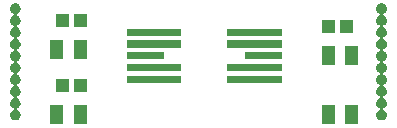
<source format=gbr>
G04 #@! TF.GenerationSoftware,KiCad,Pcbnew,(5.0.2)-1*
G04 #@! TF.CreationDate,2019-03-21T15:12:22+03:00*
G04 #@! TF.ProjectId,Rs485_adapter,52733438-355f-4616-9461-707465722e6b,rev?*
G04 #@! TF.SameCoordinates,Original*
G04 #@! TF.FileFunction,Soldermask,Top*
G04 #@! TF.FilePolarity,Negative*
%FSLAX46Y46*%
G04 Gerber Fmt 4.6, Leading zero omitted, Abs format (unit mm)*
G04 Created by KiCad (PCBNEW (5.0.2)-1) date 21.03.2019 15:12:23*
%MOMM*%
%LPD*%
G01*
G04 APERTURE LIST*
%ADD10C,0.100000*%
G04 APERTURE END LIST*
D10*
G36*
X140550000Y-96300000D02*
X139450000Y-96300000D01*
X139450000Y-94700000D01*
X140550000Y-94700000D01*
X140550000Y-96300000D01*
X140550000Y-96300000D01*
G37*
G36*
X138550000Y-96300000D02*
X137450000Y-96300000D01*
X137450000Y-94700000D01*
X138550000Y-94700000D01*
X138550000Y-96300000D01*
X138550000Y-96300000D01*
G37*
G36*
X163550000Y-96300000D02*
X162450000Y-96300000D01*
X162450000Y-94700000D01*
X163550000Y-94700000D01*
X163550000Y-96300000D01*
X163550000Y-96300000D01*
G37*
G36*
X161550000Y-96300000D02*
X160450000Y-96300000D01*
X160450000Y-94700000D01*
X161550000Y-94700000D01*
X161550000Y-96300000D01*
X161550000Y-96300000D01*
G37*
G36*
X165602280Y-86061529D02*
X165631261Y-86067294D01*
X165648222Y-86074319D01*
X165713155Y-86101215D01*
X165786858Y-86150462D01*
X165849538Y-86213142D01*
X165898785Y-86286845D01*
X165932706Y-86368740D01*
X165950000Y-86455679D01*
X165950000Y-86544321D01*
X165932706Y-86631260D01*
X165898785Y-86713155D01*
X165849538Y-86786858D01*
X165786858Y-86849538D01*
X165713155Y-86898785D01*
X165691839Y-86907614D01*
X165674554Y-86916854D01*
X165659401Y-86929290D01*
X165646964Y-86944444D01*
X165637724Y-86961733D01*
X165632033Y-86980492D01*
X165630112Y-87000001D01*
X165632034Y-87019510D01*
X165637724Y-87038269D01*
X165646966Y-87055558D01*
X165659402Y-87070711D01*
X165674556Y-87083148D01*
X165691839Y-87092386D01*
X165713155Y-87101215D01*
X165786858Y-87150462D01*
X165849538Y-87213142D01*
X165898785Y-87286845D01*
X165932706Y-87368740D01*
X165950000Y-87455679D01*
X165950000Y-87544321D01*
X165932706Y-87631260D01*
X165898785Y-87713155D01*
X165849538Y-87786858D01*
X165786858Y-87849538D01*
X165713155Y-87898785D01*
X165691839Y-87907614D01*
X165674554Y-87916854D01*
X165659401Y-87929290D01*
X165646964Y-87944444D01*
X165637724Y-87961733D01*
X165632033Y-87980492D01*
X165630112Y-88000001D01*
X165632034Y-88019510D01*
X165637724Y-88038269D01*
X165646966Y-88055558D01*
X165659402Y-88070711D01*
X165674556Y-88083148D01*
X165691839Y-88092386D01*
X165713155Y-88101215D01*
X165786858Y-88150462D01*
X165849538Y-88213142D01*
X165898785Y-88286845D01*
X165932706Y-88368740D01*
X165950000Y-88455679D01*
X165950000Y-88544321D01*
X165932706Y-88631260D01*
X165898785Y-88713155D01*
X165849538Y-88786858D01*
X165786858Y-88849538D01*
X165713155Y-88898785D01*
X165691839Y-88907614D01*
X165674554Y-88916854D01*
X165659401Y-88929290D01*
X165646964Y-88944444D01*
X165637724Y-88961733D01*
X165632033Y-88980492D01*
X165630112Y-89000001D01*
X165632034Y-89019510D01*
X165637724Y-89038269D01*
X165646966Y-89055558D01*
X165659402Y-89070711D01*
X165674556Y-89083148D01*
X165691839Y-89092386D01*
X165713155Y-89101215D01*
X165786858Y-89150462D01*
X165849538Y-89213142D01*
X165898785Y-89286845D01*
X165932706Y-89368740D01*
X165950000Y-89455679D01*
X165950000Y-89544321D01*
X165932706Y-89631260D01*
X165898785Y-89713155D01*
X165849538Y-89786858D01*
X165786858Y-89849538D01*
X165713155Y-89898785D01*
X165691839Y-89907614D01*
X165674554Y-89916854D01*
X165659401Y-89929290D01*
X165646964Y-89944444D01*
X165637724Y-89961733D01*
X165632033Y-89980492D01*
X165630112Y-90000001D01*
X165632034Y-90019510D01*
X165637724Y-90038269D01*
X165646966Y-90055558D01*
X165659402Y-90070711D01*
X165674556Y-90083148D01*
X165691839Y-90092386D01*
X165713155Y-90101215D01*
X165786858Y-90150462D01*
X165849538Y-90213142D01*
X165898785Y-90286845D01*
X165932706Y-90368740D01*
X165950000Y-90455679D01*
X165950000Y-90544321D01*
X165932706Y-90631260D01*
X165898785Y-90713155D01*
X165849538Y-90786858D01*
X165786858Y-90849538D01*
X165713155Y-90898785D01*
X165691839Y-90907614D01*
X165674554Y-90916854D01*
X165659401Y-90929290D01*
X165646964Y-90944444D01*
X165637724Y-90961733D01*
X165632033Y-90980492D01*
X165630112Y-91000001D01*
X165632034Y-91019510D01*
X165637724Y-91038269D01*
X165646966Y-91055558D01*
X165659402Y-91070711D01*
X165674556Y-91083148D01*
X165691839Y-91092386D01*
X165713155Y-91101215D01*
X165786858Y-91150462D01*
X165849538Y-91213142D01*
X165898785Y-91286845D01*
X165932706Y-91368740D01*
X165950000Y-91455679D01*
X165950000Y-91544321D01*
X165932706Y-91631260D01*
X165898785Y-91713155D01*
X165849538Y-91786858D01*
X165786858Y-91849538D01*
X165713155Y-91898785D01*
X165691839Y-91907614D01*
X165674554Y-91916854D01*
X165659401Y-91929290D01*
X165646964Y-91944444D01*
X165637724Y-91961733D01*
X165632033Y-91980492D01*
X165630112Y-92000001D01*
X165632034Y-92019510D01*
X165637724Y-92038269D01*
X165646966Y-92055558D01*
X165659402Y-92070711D01*
X165674556Y-92083148D01*
X165691839Y-92092386D01*
X165713155Y-92101215D01*
X165786858Y-92150462D01*
X165849538Y-92213142D01*
X165898785Y-92286845D01*
X165932706Y-92368740D01*
X165950000Y-92455679D01*
X165950000Y-92544321D01*
X165932706Y-92631260D01*
X165898785Y-92713155D01*
X165849538Y-92786858D01*
X165786858Y-92849538D01*
X165713155Y-92898785D01*
X165691839Y-92907614D01*
X165674554Y-92916854D01*
X165659401Y-92929290D01*
X165646964Y-92944444D01*
X165637724Y-92961733D01*
X165632033Y-92980492D01*
X165630112Y-93000001D01*
X165632034Y-93019510D01*
X165637724Y-93038269D01*
X165646966Y-93055558D01*
X165659402Y-93070711D01*
X165674556Y-93083148D01*
X165691839Y-93092386D01*
X165713155Y-93101215D01*
X165786858Y-93150462D01*
X165849538Y-93213142D01*
X165898785Y-93286845D01*
X165932706Y-93368740D01*
X165950000Y-93455679D01*
X165950000Y-93544321D01*
X165932706Y-93631260D01*
X165898785Y-93713155D01*
X165849538Y-93786858D01*
X165786858Y-93849538D01*
X165713155Y-93898785D01*
X165691839Y-93907614D01*
X165674554Y-93916854D01*
X165659401Y-93929290D01*
X165646964Y-93944444D01*
X165637724Y-93961733D01*
X165632033Y-93980492D01*
X165630112Y-94000001D01*
X165632034Y-94019510D01*
X165637724Y-94038269D01*
X165646966Y-94055558D01*
X165659402Y-94070711D01*
X165674556Y-94083148D01*
X165691839Y-94092386D01*
X165713155Y-94101215D01*
X165786858Y-94150462D01*
X165849538Y-94213142D01*
X165898785Y-94286845D01*
X165932706Y-94368740D01*
X165950000Y-94455679D01*
X165950000Y-94544321D01*
X165932706Y-94631260D01*
X165898785Y-94713155D01*
X165849538Y-94786858D01*
X165786858Y-94849538D01*
X165713155Y-94898785D01*
X165691839Y-94907614D01*
X165674554Y-94916854D01*
X165659401Y-94929290D01*
X165646964Y-94944444D01*
X165637724Y-94961733D01*
X165632033Y-94980492D01*
X165630112Y-95000001D01*
X165632034Y-95019510D01*
X165637724Y-95038269D01*
X165646966Y-95055558D01*
X165659402Y-95070711D01*
X165674556Y-95083148D01*
X165691839Y-95092386D01*
X165713155Y-95101215D01*
X165786858Y-95150462D01*
X165849538Y-95213142D01*
X165898785Y-95286845D01*
X165932706Y-95368740D01*
X165950000Y-95455679D01*
X165950000Y-95544321D01*
X165932706Y-95631260D01*
X165898785Y-95713155D01*
X165849538Y-95786858D01*
X165786858Y-95849538D01*
X165713155Y-95898785D01*
X165648221Y-95925681D01*
X165631261Y-95932706D01*
X165602280Y-95938471D01*
X165544321Y-95950000D01*
X165455679Y-95950000D01*
X165397720Y-95938471D01*
X165368739Y-95932706D01*
X165351778Y-95925681D01*
X165286845Y-95898785D01*
X165213142Y-95849538D01*
X165150462Y-95786858D01*
X165101215Y-95713155D01*
X165067294Y-95631260D01*
X165050000Y-95544321D01*
X165050000Y-95455679D01*
X165067294Y-95368740D01*
X165101215Y-95286845D01*
X165150462Y-95213142D01*
X165213142Y-95150462D01*
X165286845Y-95101215D01*
X165308161Y-95092386D01*
X165325446Y-95083146D01*
X165340599Y-95070710D01*
X165353036Y-95055556D01*
X165362276Y-95038267D01*
X165367967Y-95019508D01*
X165369888Y-94999999D01*
X165367966Y-94980490D01*
X165362276Y-94961731D01*
X165353034Y-94944442D01*
X165340598Y-94929289D01*
X165325444Y-94916852D01*
X165308161Y-94907614D01*
X165286845Y-94898785D01*
X165213142Y-94849538D01*
X165150462Y-94786858D01*
X165101215Y-94713155D01*
X165067294Y-94631260D01*
X165050000Y-94544321D01*
X165050000Y-94455679D01*
X165067294Y-94368740D01*
X165101215Y-94286845D01*
X165150462Y-94213142D01*
X165213142Y-94150462D01*
X165286845Y-94101215D01*
X165308161Y-94092386D01*
X165325446Y-94083146D01*
X165340599Y-94070710D01*
X165353036Y-94055556D01*
X165362276Y-94038267D01*
X165367967Y-94019508D01*
X165369888Y-93999999D01*
X165367966Y-93980490D01*
X165362276Y-93961731D01*
X165353034Y-93944442D01*
X165340598Y-93929289D01*
X165325444Y-93916852D01*
X165308161Y-93907614D01*
X165286845Y-93898785D01*
X165213142Y-93849538D01*
X165150462Y-93786858D01*
X165101215Y-93713155D01*
X165067294Y-93631260D01*
X165050000Y-93544321D01*
X165050000Y-93455679D01*
X165067294Y-93368740D01*
X165101215Y-93286845D01*
X165150462Y-93213142D01*
X165213142Y-93150462D01*
X165286845Y-93101215D01*
X165308161Y-93092386D01*
X165325446Y-93083146D01*
X165340599Y-93070710D01*
X165353036Y-93055556D01*
X165362276Y-93038267D01*
X165367967Y-93019508D01*
X165369888Y-92999999D01*
X165367966Y-92980490D01*
X165362276Y-92961731D01*
X165353034Y-92944442D01*
X165340598Y-92929289D01*
X165325444Y-92916852D01*
X165308161Y-92907614D01*
X165286845Y-92898785D01*
X165213142Y-92849538D01*
X165150462Y-92786858D01*
X165101215Y-92713155D01*
X165067294Y-92631260D01*
X165050000Y-92544321D01*
X165050000Y-92455679D01*
X165067294Y-92368740D01*
X165101215Y-92286845D01*
X165150462Y-92213142D01*
X165213142Y-92150462D01*
X165286845Y-92101215D01*
X165308161Y-92092386D01*
X165325446Y-92083146D01*
X165340599Y-92070710D01*
X165353036Y-92055556D01*
X165362276Y-92038267D01*
X165367967Y-92019508D01*
X165369888Y-91999999D01*
X165367966Y-91980490D01*
X165362276Y-91961731D01*
X165353034Y-91944442D01*
X165340598Y-91929289D01*
X165325444Y-91916852D01*
X165308161Y-91907614D01*
X165286845Y-91898785D01*
X165213142Y-91849538D01*
X165150462Y-91786858D01*
X165101215Y-91713155D01*
X165067294Y-91631260D01*
X165050000Y-91544321D01*
X165050000Y-91455679D01*
X165067294Y-91368740D01*
X165101215Y-91286845D01*
X165150462Y-91213142D01*
X165213142Y-91150462D01*
X165286845Y-91101215D01*
X165308161Y-91092386D01*
X165325446Y-91083146D01*
X165340599Y-91070710D01*
X165353036Y-91055556D01*
X165362276Y-91038267D01*
X165367967Y-91019508D01*
X165369888Y-90999999D01*
X165367966Y-90980490D01*
X165362276Y-90961731D01*
X165353034Y-90944442D01*
X165340598Y-90929289D01*
X165325444Y-90916852D01*
X165308161Y-90907614D01*
X165286845Y-90898785D01*
X165213142Y-90849538D01*
X165150462Y-90786858D01*
X165101215Y-90713155D01*
X165067294Y-90631260D01*
X165050000Y-90544321D01*
X165050000Y-90455679D01*
X165067294Y-90368740D01*
X165101215Y-90286845D01*
X165150462Y-90213142D01*
X165213142Y-90150462D01*
X165286845Y-90101215D01*
X165308161Y-90092386D01*
X165325446Y-90083146D01*
X165340599Y-90070710D01*
X165353036Y-90055556D01*
X165362276Y-90038267D01*
X165367967Y-90019508D01*
X165369888Y-89999999D01*
X165367966Y-89980490D01*
X165362276Y-89961731D01*
X165353034Y-89944442D01*
X165340598Y-89929289D01*
X165325444Y-89916852D01*
X165308161Y-89907614D01*
X165286845Y-89898785D01*
X165213142Y-89849538D01*
X165150462Y-89786858D01*
X165101215Y-89713155D01*
X165067294Y-89631260D01*
X165050000Y-89544321D01*
X165050000Y-89455679D01*
X165067294Y-89368740D01*
X165101215Y-89286845D01*
X165150462Y-89213142D01*
X165213142Y-89150462D01*
X165286845Y-89101215D01*
X165308161Y-89092386D01*
X165325446Y-89083146D01*
X165340599Y-89070710D01*
X165353036Y-89055556D01*
X165362276Y-89038267D01*
X165367967Y-89019508D01*
X165369888Y-88999999D01*
X165367966Y-88980490D01*
X165362276Y-88961731D01*
X165353034Y-88944442D01*
X165340598Y-88929289D01*
X165325444Y-88916852D01*
X165308161Y-88907614D01*
X165286845Y-88898785D01*
X165213142Y-88849538D01*
X165150462Y-88786858D01*
X165101215Y-88713155D01*
X165067294Y-88631260D01*
X165050000Y-88544321D01*
X165050000Y-88455679D01*
X165067294Y-88368740D01*
X165101215Y-88286845D01*
X165150462Y-88213142D01*
X165213142Y-88150462D01*
X165286845Y-88101215D01*
X165308161Y-88092386D01*
X165325446Y-88083146D01*
X165340599Y-88070710D01*
X165353036Y-88055556D01*
X165362276Y-88038267D01*
X165367967Y-88019508D01*
X165369888Y-87999999D01*
X165367966Y-87980490D01*
X165362276Y-87961731D01*
X165353034Y-87944442D01*
X165340598Y-87929289D01*
X165325444Y-87916852D01*
X165308161Y-87907614D01*
X165286845Y-87898785D01*
X165213142Y-87849538D01*
X165150462Y-87786858D01*
X165101215Y-87713155D01*
X165067294Y-87631260D01*
X165050000Y-87544321D01*
X165050000Y-87455679D01*
X165067294Y-87368740D01*
X165101215Y-87286845D01*
X165150462Y-87213142D01*
X165213142Y-87150462D01*
X165286845Y-87101215D01*
X165308161Y-87092386D01*
X165325446Y-87083146D01*
X165340599Y-87070710D01*
X165353036Y-87055556D01*
X165362276Y-87038267D01*
X165367967Y-87019508D01*
X165369888Y-86999999D01*
X165367966Y-86980490D01*
X165362276Y-86961731D01*
X165353034Y-86944442D01*
X165340598Y-86929289D01*
X165325444Y-86916852D01*
X165308161Y-86907614D01*
X165286845Y-86898785D01*
X165213142Y-86849538D01*
X165150462Y-86786858D01*
X165101215Y-86713155D01*
X165067294Y-86631260D01*
X165050000Y-86544321D01*
X165050000Y-86455679D01*
X165067294Y-86368740D01*
X165101215Y-86286845D01*
X165150462Y-86213142D01*
X165213142Y-86150462D01*
X165286845Y-86101215D01*
X165351778Y-86074319D01*
X165368739Y-86067294D01*
X165397720Y-86061529D01*
X165455679Y-86050000D01*
X165544321Y-86050000D01*
X165602280Y-86061529D01*
X165602280Y-86061529D01*
G37*
G36*
X134602280Y-86061529D02*
X134631261Y-86067294D01*
X134648222Y-86074319D01*
X134713155Y-86101215D01*
X134786858Y-86150462D01*
X134849538Y-86213142D01*
X134898785Y-86286845D01*
X134932706Y-86368740D01*
X134950000Y-86455679D01*
X134950000Y-86544321D01*
X134932706Y-86631260D01*
X134898785Y-86713155D01*
X134849538Y-86786858D01*
X134786858Y-86849538D01*
X134713155Y-86898785D01*
X134691839Y-86907614D01*
X134674554Y-86916854D01*
X134659401Y-86929290D01*
X134646964Y-86944444D01*
X134637724Y-86961733D01*
X134632033Y-86980492D01*
X134630112Y-87000001D01*
X134632034Y-87019510D01*
X134637724Y-87038269D01*
X134646966Y-87055558D01*
X134659402Y-87070711D01*
X134674556Y-87083148D01*
X134691839Y-87092386D01*
X134713155Y-87101215D01*
X134786858Y-87150462D01*
X134849538Y-87213142D01*
X134898785Y-87286845D01*
X134932706Y-87368740D01*
X134950000Y-87455679D01*
X134950000Y-87544321D01*
X134932706Y-87631260D01*
X134898785Y-87713155D01*
X134849538Y-87786858D01*
X134786858Y-87849538D01*
X134713155Y-87898785D01*
X134691839Y-87907614D01*
X134674554Y-87916854D01*
X134659401Y-87929290D01*
X134646964Y-87944444D01*
X134637724Y-87961733D01*
X134632033Y-87980492D01*
X134630112Y-88000001D01*
X134632034Y-88019510D01*
X134637724Y-88038269D01*
X134646966Y-88055558D01*
X134659402Y-88070711D01*
X134674556Y-88083148D01*
X134691839Y-88092386D01*
X134713155Y-88101215D01*
X134786858Y-88150462D01*
X134849538Y-88213142D01*
X134898785Y-88286845D01*
X134932706Y-88368740D01*
X134950000Y-88455679D01*
X134950000Y-88544321D01*
X134932706Y-88631260D01*
X134898785Y-88713155D01*
X134849538Y-88786858D01*
X134786858Y-88849538D01*
X134713155Y-88898785D01*
X134691839Y-88907614D01*
X134674554Y-88916854D01*
X134659401Y-88929290D01*
X134646964Y-88944444D01*
X134637724Y-88961733D01*
X134632033Y-88980492D01*
X134630112Y-89000001D01*
X134632034Y-89019510D01*
X134637724Y-89038269D01*
X134646966Y-89055558D01*
X134659402Y-89070711D01*
X134674556Y-89083148D01*
X134691839Y-89092386D01*
X134713155Y-89101215D01*
X134786858Y-89150462D01*
X134849538Y-89213142D01*
X134898785Y-89286845D01*
X134932706Y-89368740D01*
X134950000Y-89455679D01*
X134950000Y-89544321D01*
X134932706Y-89631260D01*
X134898785Y-89713155D01*
X134849538Y-89786858D01*
X134786858Y-89849538D01*
X134713155Y-89898785D01*
X134691839Y-89907614D01*
X134674554Y-89916854D01*
X134659401Y-89929290D01*
X134646964Y-89944444D01*
X134637724Y-89961733D01*
X134632033Y-89980492D01*
X134630112Y-90000001D01*
X134632034Y-90019510D01*
X134637724Y-90038269D01*
X134646966Y-90055558D01*
X134659402Y-90070711D01*
X134674556Y-90083148D01*
X134691839Y-90092386D01*
X134713155Y-90101215D01*
X134786858Y-90150462D01*
X134849538Y-90213142D01*
X134898785Y-90286845D01*
X134932706Y-90368740D01*
X134950000Y-90455679D01*
X134950000Y-90544321D01*
X134932706Y-90631260D01*
X134898785Y-90713155D01*
X134849538Y-90786858D01*
X134786858Y-90849538D01*
X134713155Y-90898785D01*
X134691839Y-90907614D01*
X134674554Y-90916854D01*
X134659401Y-90929290D01*
X134646964Y-90944444D01*
X134637724Y-90961733D01*
X134632033Y-90980492D01*
X134630112Y-91000001D01*
X134632034Y-91019510D01*
X134637724Y-91038269D01*
X134646966Y-91055558D01*
X134659402Y-91070711D01*
X134674556Y-91083148D01*
X134691839Y-91092386D01*
X134713155Y-91101215D01*
X134786858Y-91150462D01*
X134849538Y-91213142D01*
X134898785Y-91286845D01*
X134932706Y-91368740D01*
X134950000Y-91455679D01*
X134950000Y-91544321D01*
X134932706Y-91631260D01*
X134898785Y-91713155D01*
X134849538Y-91786858D01*
X134786858Y-91849538D01*
X134713155Y-91898785D01*
X134691839Y-91907614D01*
X134674554Y-91916854D01*
X134659401Y-91929290D01*
X134646964Y-91944444D01*
X134637724Y-91961733D01*
X134632033Y-91980492D01*
X134630112Y-92000001D01*
X134632034Y-92019510D01*
X134637724Y-92038269D01*
X134646966Y-92055558D01*
X134659402Y-92070711D01*
X134674556Y-92083148D01*
X134691839Y-92092386D01*
X134713155Y-92101215D01*
X134786858Y-92150462D01*
X134849538Y-92213142D01*
X134898785Y-92286845D01*
X134932706Y-92368740D01*
X134950000Y-92455679D01*
X134950000Y-92544321D01*
X134932706Y-92631260D01*
X134898785Y-92713155D01*
X134849538Y-92786858D01*
X134786858Y-92849538D01*
X134713155Y-92898785D01*
X134691839Y-92907614D01*
X134674554Y-92916854D01*
X134659401Y-92929290D01*
X134646964Y-92944444D01*
X134637724Y-92961733D01*
X134632033Y-92980492D01*
X134630112Y-93000001D01*
X134632034Y-93019510D01*
X134637724Y-93038269D01*
X134646966Y-93055558D01*
X134659402Y-93070711D01*
X134674556Y-93083148D01*
X134691839Y-93092386D01*
X134713155Y-93101215D01*
X134786858Y-93150462D01*
X134849538Y-93213142D01*
X134898785Y-93286845D01*
X134932706Y-93368740D01*
X134950000Y-93455679D01*
X134950000Y-93544321D01*
X134932706Y-93631260D01*
X134898785Y-93713155D01*
X134849538Y-93786858D01*
X134786858Y-93849538D01*
X134713155Y-93898785D01*
X134691839Y-93907614D01*
X134674554Y-93916854D01*
X134659401Y-93929290D01*
X134646964Y-93944444D01*
X134637724Y-93961733D01*
X134632033Y-93980492D01*
X134630112Y-94000001D01*
X134632034Y-94019510D01*
X134637724Y-94038269D01*
X134646966Y-94055558D01*
X134659402Y-94070711D01*
X134674556Y-94083148D01*
X134691839Y-94092386D01*
X134713155Y-94101215D01*
X134786858Y-94150462D01*
X134849538Y-94213142D01*
X134898785Y-94286845D01*
X134932706Y-94368740D01*
X134950000Y-94455679D01*
X134950000Y-94544321D01*
X134932706Y-94631260D01*
X134898785Y-94713155D01*
X134849538Y-94786858D01*
X134786858Y-94849538D01*
X134713155Y-94898785D01*
X134691839Y-94907614D01*
X134674554Y-94916854D01*
X134659401Y-94929290D01*
X134646964Y-94944444D01*
X134637724Y-94961733D01*
X134632033Y-94980492D01*
X134630112Y-95000001D01*
X134632034Y-95019510D01*
X134637724Y-95038269D01*
X134646966Y-95055558D01*
X134659402Y-95070711D01*
X134674556Y-95083148D01*
X134691839Y-95092386D01*
X134713155Y-95101215D01*
X134786858Y-95150462D01*
X134849538Y-95213142D01*
X134898785Y-95286845D01*
X134932706Y-95368740D01*
X134950000Y-95455679D01*
X134950000Y-95544321D01*
X134932706Y-95631260D01*
X134898785Y-95713155D01*
X134849538Y-95786858D01*
X134786858Y-95849538D01*
X134713155Y-95898785D01*
X134648221Y-95925681D01*
X134631261Y-95932706D01*
X134602280Y-95938471D01*
X134544321Y-95950000D01*
X134455679Y-95950000D01*
X134397720Y-95938471D01*
X134368739Y-95932706D01*
X134351778Y-95925681D01*
X134286845Y-95898785D01*
X134213142Y-95849538D01*
X134150462Y-95786858D01*
X134101215Y-95713155D01*
X134067294Y-95631260D01*
X134050000Y-95544321D01*
X134050000Y-95455679D01*
X134067294Y-95368740D01*
X134101215Y-95286845D01*
X134150462Y-95213142D01*
X134213142Y-95150462D01*
X134286845Y-95101215D01*
X134308161Y-95092386D01*
X134325446Y-95083146D01*
X134340599Y-95070710D01*
X134353036Y-95055556D01*
X134362276Y-95038267D01*
X134367967Y-95019508D01*
X134369888Y-94999999D01*
X134367966Y-94980490D01*
X134362276Y-94961731D01*
X134353034Y-94944442D01*
X134340598Y-94929289D01*
X134325444Y-94916852D01*
X134308161Y-94907614D01*
X134286845Y-94898785D01*
X134213142Y-94849538D01*
X134150462Y-94786858D01*
X134101215Y-94713155D01*
X134067294Y-94631260D01*
X134050000Y-94544321D01*
X134050000Y-94455679D01*
X134067294Y-94368740D01*
X134101215Y-94286845D01*
X134150462Y-94213142D01*
X134213142Y-94150462D01*
X134286845Y-94101215D01*
X134308161Y-94092386D01*
X134325446Y-94083146D01*
X134340599Y-94070710D01*
X134353036Y-94055556D01*
X134362276Y-94038267D01*
X134367967Y-94019508D01*
X134369888Y-93999999D01*
X134367966Y-93980490D01*
X134362276Y-93961731D01*
X134353034Y-93944442D01*
X134340598Y-93929289D01*
X134325444Y-93916852D01*
X134308161Y-93907614D01*
X134286845Y-93898785D01*
X134213142Y-93849538D01*
X134150462Y-93786858D01*
X134101215Y-93713155D01*
X134067294Y-93631260D01*
X134050000Y-93544321D01*
X134050000Y-93455679D01*
X134067294Y-93368740D01*
X134101215Y-93286845D01*
X134150462Y-93213142D01*
X134213142Y-93150462D01*
X134286845Y-93101215D01*
X134308161Y-93092386D01*
X134325446Y-93083146D01*
X134340599Y-93070710D01*
X134353036Y-93055556D01*
X134362276Y-93038267D01*
X134367967Y-93019508D01*
X134369888Y-92999999D01*
X134367966Y-92980490D01*
X134362276Y-92961731D01*
X134353034Y-92944442D01*
X134340598Y-92929289D01*
X134325444Y-92916852D01*
X134308161Y-92907614D01*
X134286845Y-92898785D01*
X134213142Y-92849538D01*
X134150462Y-92786858D01*
X134101215Y-92713155D01*
X134067294Y-92631260D01*
X134050000Y-92544321D01*
X134050000Y-92455679D01*
X134067294Y-92368740D01*
X134101215Y-92286845D01*
X134150462Y-92213142D01*
X134213142Y-92150462D01*
X134286845Y-92101215D01*
X134308161Y-92092386D01*
X134325446Y-92083146D01*
X134340599Y-92070710D01*
X134353036Y-92055556D01*
X134362276Y-92038267D01*
X134367967Y-92019508D01*
X134369888Y-91999999D01*
X134367966Y-91980490D01*
X134362276Y-91961731D01*
X134353034Y-91944442D01*
X134340598Y-91929289D01*
X134325444Y-91916852D01*
X134308161Y-91907614D01*
X134286845Y-91898785D01*
X134213142Y-91849538D01*
X134150462Y-91786858D01*
X134101215Y-91713155D01*
X134067294Y-91631260D01*
X134050000Y-91544321D01*
X134050000Y-91455679D01*
X134067294Y-91368740D01*
X134101215Y-91286845D01*
X134150462Y-91213142D01*
X134213142Y-91150462D01*
X134286845Y-91101215D01*
X134308161Y-91092386D01*
X134325446Y-91083146D01*
X134340599Y-91070710D01*
X134353036Y-91055556D01*
X134362276Y-91038267D01*
X134367967Y-91019508D01*
X134369888Y-90999999D01*
X134367966Y-90980490D01*
X134362276Y-90961731D01*
X134353034Y-90944442D01*
X134340598Y-90929289D01*
X134325444Y-90916852D01*
X134308161Y-90907614D01*
X134286845Y-90898785D01*
X134213142Y-90849538D01*
X134150462Y-90786858D01*
X134101215Y-90713155D01*
X134067294Y-90631260D01*
X134050000Y-90544321D01*
X134050000Y-90455679D01*
X134067294Y-90368740D01*
X134101215Y-90286845D01*
X134150462Y-90213142D01*
X134213142Y-90150462D01*
X134286845Y-90101215D01*
X134308161Y-90092386D01*
X134325446Y-90083146D01*
X134340599Y-90070710D01*
X134353036Y-90055556D01*
X134362276Y-90038267D01*
X134367967Y-90019508D01*
X134369888Y-89999999D01*
X134367966Y-89980490D01*
X134362276Y-89961731D01*
X134353034Y-89944442D01*
X134340598Y-89929289D01*
X134325444Y-89916852D01*
X134308161Y-89907614D01*
X134286845Y-89898785D01*
X134213142Y-89849538D01*
X134150462Y-89786858D01*
X134101215Y-89713155D01*
X134067294Y-89631260D01*
X134050000Y-89544321D01*
X134050000Y-89455679D01*
X134067294Y-89368740D01*
X134101215Y-89286845D01*
X134150462Y-89213142D01*
X134213142Y-89150462D01*
X134286845Y-89101215D01*
X134308161Y-89092386D01*
X134325446Y-89083146D01*
X134340599Y-89070710D01*
X134353036Y-89055556D01*
X134362276Y-89038267D01*
X134367967Y-89019508D01*
X134369888Y-88999999D01*
X134367966Y-88980490D01*
X134362276Y-88961731D01*
X134353034Y-88944442D01*
X134340598Y-88929289D01*
X134325444Y-88916852D01*
X134308161Y-88907614D01*
X134286845Y-88898785D01*
X134213142Y-88849538D01*
X134150462Y-88786858D01*
X134101215Y-88713155D01*
X134067294Y-88631260D01*
X134050000Y-88544321D01*
X134050000Y-88455679D01*
X134067294Y-88368740D01*
X134101215Y-88286845D01*
X134150462Y-88213142D01*
X134213142Y-88150462D01*
X134286845Y-88101215D01*
X134308161Y-88092386D01*
X134325446Y-88083146D01*
X134340599Y-88070710D01*
X134353036Y-88055556D01*
X134362276Y-88038267D01*
X134367967Y-88019508D01*
X134369888Y-87999999D01*
X134367966Y-87980490D01*
X134362276Y-87961731D01*
X134353034Y-87944442D01*
X134340598Y-87929289D01*
X134325444Y-87916852D01*
X134308161Y-87907614D01*
X134286845Y-87898785D01*
X134213142Y-87849538D01*
X134150462Y-87786858D01*
X134101215Y-87713155D01*
X134067294Y-87631260D01*
X134050000Y-87544321D01*
X134050000Y-87455679D01*
X134067294Y-87368740D01*
X134101215Y-87286845D01*
X134150462Y-87213142D01*
X134213142Y-87150462D01*
X134286845Y-87101215D01*
X134308161Y-87092386D01*
X134325446Y-87083146D01*
X134340599Y-87070710D01*
X134353036Y-87055556D01*
X134362276Y-87038267D01*
X134367967Y-87019508D01*
X134369888Y-86999999D01*
X134367966Y-86980490D01*
X134362276Y-86961731D01*
X134353034Y-86944442D01*
X134340598Y-86929289D01*
X134325444Y-86916852D01*
X134308161Y-86907614D01*
X134286845Y-86898785D01*
X134213142Y-86849538D01*
X134150462Y-86786858D01*
X134101215Y-86713155D01*
X134067294Y-86631260D01*
X134050000Y-86544321D01*
X134050000Y-86455679D01*
X134067294Y-86368740D01*
X134101215Y-86286845D01*
X134150462Y-86213142D01*
X134213142Y-86150462D01*
X134286845Y-86101215D01*
X134351778Y-86074319D01*
X134368739Y-86067294D01*
X134397720Y-86061529D01*
X134455679Y-86050000D01*
X134544321Y-86050000D01*
X134602280Y-86061529D01*
X134602280Y-86061529D01*
G37*
G36*
X139050000Y-93550000D02*
X137950000Y-93550000D01*
X137950000Y-92450000D01*
X139050000Y-92450000D01*
X139050000Y-93550000D01*
X139050000Y-93550000D01*
G37*
G36*
X140550000Y-93550000D02*
X139450000Y-93550000D01*
X139450000Y-92450000D01*
X140550000Y-92450000D01*
X140550000Y-93550000D01*
X140550000Y-93550000D01*
G37*
G36*
X157050000Y-92800000D02*
X152450000Y-92800000D01*
X152450000Y-92200000D01*
X157050000Y-92200000D01*
X157050000Y-92800000D01*
X157050000Y-92800000D01*
G37*
G36*
X148550000Y-92800000D02*
X143950000Y-92800000D01*
X143950000Y-92200000D01*
X148550000Y-92200000D01*
X148550000Y-92800000D01*
X148550000Y-92800000D01*
G37*
G36*
X148550000Y-91800000D02*
X143950000Y-91800000D01*
X143950000Y-91200000D01*
X148550000Y-91200000D01*
X148550000Y-91800000D01*
X148550000Y-91800000D01*
G37*
G36*
X157050000Y-91800000D02*
X152450000Y-91800000D01*
X152450000Y-91200000D01*
X157050000Y-91200000D01*
X157050000Y-91800000D01*
X157050000Y-91800000D01*
G37*
G36*
X161550000Y-91300000D02*
X160450000Y-91300000D01*
X160450000Y-89700000D01*
X161550000Y-89700000D01*
X161550000Y-91300000D01*
X161550000Y-91300000D01*
G37*
G36*
X163550000Y-91300000D02*
X162450000Y-91300000D01*
X162450000Y-89700000D01*
X163550000Y-89700000D01*
X163550000Y-91300000D01*
X163550000Y-91300000D01*
G37*
G36*
X147050000Y-90800000D02*
X143950000Y-90800000D01*
X143950000Y-90200000D01*
X147050000Y-90200000D01*
X147050000Y-90800000D01*
X147050000Y-90800000D01*
G37*
G36*
X157050000Y-90800000D02*
X153950000Y-90800000D01*
X153950000Y-90200000D01*
X157050000Y-90200000D01*
X157050000Y-90800000D01*
X157050000Y-90800000D01*
G37*
G36*
X140550000Y-90800000D02*
X139450000Y-90800000D01*
X139450000Y-89200000D01*
X140550000Y-89200000D01*
X140550000Y-90800000D01*
X140550000Y-90800000D01*
G37*
G36*
X138550000Y-90800000D02*
X137450000Y-90800000D01*
X137450000Y-89200000D01*
X138550000Y-89200000D01*
X138550000Y-90800000D01*
X138550000Y-90800000D01*
G37*
G36*
X148550000Y-89800000D02*
X143950000Y-89800000D01*
X143950000Y-89200000D01*
X148550000Y-89200000D01*
X148550000Y-89800000D01*
X148550000Y-89800000D01*
G37*
G36*
X157050000Y-89800000D02*
X152450000Y-89800000D01*
X152450000Y-89200000D01*
X157050000Y-89200000D01*
X157050000Y-89800000D01*
X157050000Y-89800000D01*
G37*
G36*
X148550000Y-88800000D02*
X143950000Y-88800000D01*
X143950000Y-88200000D01*
X148550000Y-88200000D01*
X148550000Y-88800000D01*
X148550000Y-88800000D01*
G37*
G36*
X157050000Y-88800000D02*
X152450000Y-88800000D01*
X152450000Y-88200000D01*
X157050000Y-88200000D01*
X157050000Y-88800000D01*
X157050000Y-88800000D01*
G37*
G36*
X161550000Y-88550000D02*
X160450000Y-88550000D01*
X160450000Y-87450000D01*
X161550000Y-87450000D01*
X161550000Y-88550000D01*
X161550000Y-88550000D01*
G37*
G36*
X163050000Y-88550000D02*
X161950000Y-88550000D01*
X161950000Y-87450000D01*
X163050000Y-87450000D01*
X163050000Y-88550000D01*
X163050000Y-88550000D01*
G37*
G36*
X140550000Y-88050000D02*
X139450000Y-88050000D01*
X139450000Y-86950000D01*
X140550000Y-86950000D01*
X140550000Y-88050000D01*
X140550000Y-88050000D01*
G37*
G36*
X139050000Y-88050000D02*
X137950000Y-88050000D01*
X137950000Y-86950000D01*
X139050000Y-86950000D01*
X139050000Y-88050000D01*
X139050000Y-88050000D01*
G37*
M02*

</source>
